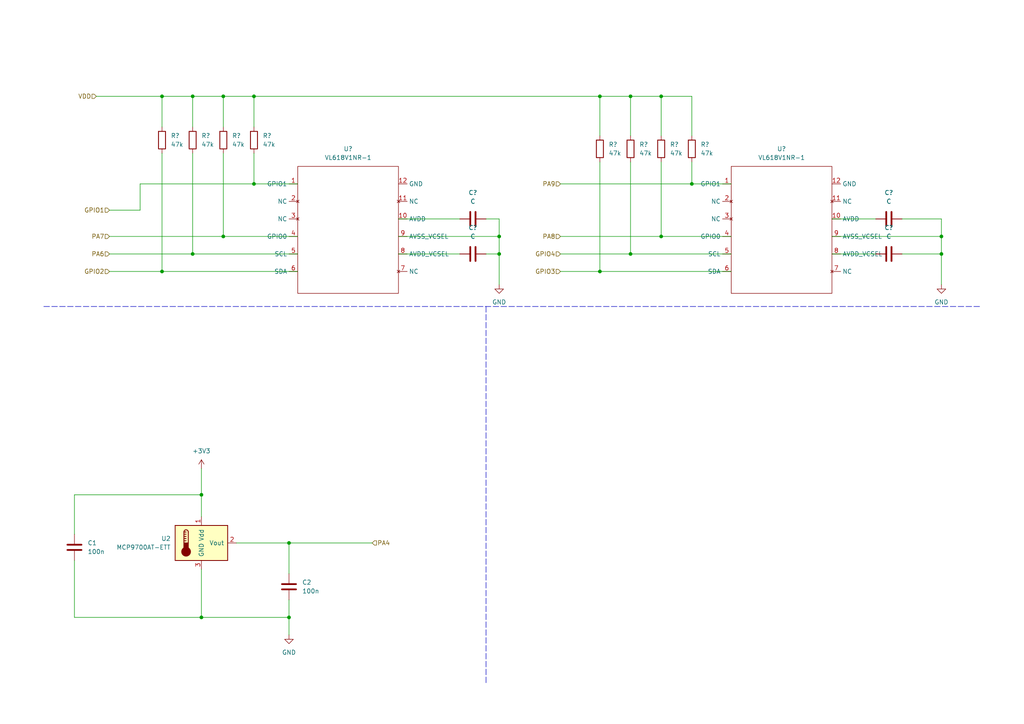
<source format=kicad_sch>
(kicad_sch (version 20211123) (generator eeschema)

  (uuid ae78189d-79c7-41a0-b77c-3bb766898352)

  (paper "A4")

  (title_block
    (title "Sensors")
    (date "2022-03-04")
    (rev "01")
    (company "University of Cape Town")
    (comment 1 "Author: Munashe Chihota")
  )

  (lib_symbols
    (symbol "Device:C" (pin_numbers hide) (pin_names (offset 0.254)) (in_bom yes) (on_board yes)
      (property "Reference" "C" (id 0) (at 0.635 2.54 0)
        (effects (font (size 1.27 1.27)) (justify left))
      )
      (property "Value" "C" (id 1) (at 0.635 -2.54 0)
        (effects (font (size 1.27 1.27)) (justify left))
      )
      (property "Footprint" "" (id 2) (at 0.9652 -3.81 0)
        (effects (font (size 1.27 1.27)) hide)
      )
      (property "Datasheet" "~" (id 3) (at 0 0 0)
        (effects (font (size 1.27 1.27)) hide)
      )
      (property "ki_keywords" "cap capacitor" (id 4) (at 0 0 0)
        (effects (font (size 1.27 1.27)) hide)
      )
      (property "ki_description" "Unpolarized capacitor" (id 5) (at 0 0 0)
        (effects (font (size 1.27 1.27)) hide)
      )
      (property "ki_fp_filters" "C_*" (id 6) (at 0 0 0)
        (effects (font (size 1.27 1.27)) hide)
      )
      (symbol "C_0_1"
        (polyline
          (pts
            (xy -2.032 -0.762)
            (xy 2.032 -0.762)
          )
          (stroke (width 0.508) (type default) (color 0 0 0 0))
          (fill (type none))
        )
        (polyline
          (pts
            (xy -2.032 0.762)
            (xy 2.032 0.762)
          )
          (stroke (width 0.508) (type default) (color 0 0 0 0))
          (fill (type none))
        )
      )
      (symbol "C_1_1"
        (pin passive line (at 0 3.81 270) (length 2.794)
          (name "~" (effects (font (size 1.27 1.27))))
          (number "1" (effects (font (size 1.27 1.27))))
        )
        (pin passive line (at 0 -3.81 90) (length 2.794)
          (name "~" (effects (font (size 1.27 1.27))))
          (number "2" (effects (font (size 1.27 1.27))))
        )
      )
    )
    (symbol "Device:R" (pin_numbers hide) (pin_names (offset 0)) (in_bom yes) (on_board yes)
      (property "Reference" "R" (id 0) (at 2.032 0 90)
        (effects (font (size 1.27 1.27)))
      )
      (property "Value" "R" (id 1) (at 0 0 90)
        (effects (font (size 1.27 1.27)))
      )
      (property "Footprint" "" (id 2) (at -1.778 0 90)
        (effects (font (size 1.27 1.27)) hide)
      )
      (property "Datasheet" "~" (id 3) (at 0 0 0)
        (effects (font (size 1.27 1.27)) hide)
      )
      (property "ki_keywords" "R res resistor" (id 4) (at 0 0 0)
        (effects (font (size 1.27 1.27)) hide)
      )
      (property "ki_description" "Resistor" (id 5) (at 0 0 0)
        (effects (font (size 1.27 1.27)) hide)
      )
      (property "ki_fp_filters" "R_*" (id 6) (at 0 0 0)
        (effects (font (size 1.27 1.27)) hide)
      )
      (symbol "R_0_1"
        (rectangle (start -1.016 -2.54) (end 1.016 2.54)
          (stroke (width 0.254) (type default) (color 0 0 0 0))
          (fill (type none))
        )
      )
      (symbol "R_1_1"
        (pin passive line (at 0 3.81 270) (length 1.27)
          (name "~" (effects (font (size 1.27 1.27))))
          (number "1" (effects (font (size 1.27 1.27))))
        )
        (pin passive line (at 0 -3.81 90) (length 1.27)
          (name "~" (effects (font (size 1.27 1.27))))
          (number "2" (effects (font (size 1.27 1.27))))
        )
      )
    )
    (symbol "Project sensors:VL618V1NR-1" (in_bom yes) (on_board yes)
      (property "Reference" "U" (id 0) (at 0 -2.54 0)
        (effects (font (size 1.27 1.27)))
      )
      (property "Value" "VL618V1NR-1" (id 1) (at 0 3.81 0)
        (effects (font (size 1.27 1.27)))
      )
      (property "Footprint" "" (id 2) (at 0 0 0)
        (effects (font (size 1.27 1.27)) hide)
      )
      (property "Datasheet" "" (id 3) (at 0 0 0)
        (effects (font (size 1.27 1.27)) hide)
      )
      (symbol "VL618V1NR-1_0_1"
        (rectangle (start -15.24 16.51) (end 13.97 -20.32)
          (stroke (width 0) (type default) (color 0 0 0 0))
          (fill (type none))
        )
      )
      (symbol "VL618V1NR-1_1_1"
        (pin bidirectional line (at -15.24 11.43 180) (length 2.54)
          (name "GPIO1" (effects (font (size 1.27 1.27))))
          (number "1" (effects (font (size 1.27 1.27))))
        )
        (pin power_in line (at 13.97 1.27 0) (length 2.54)
          (name "AVDD" (effects (font (size 1.27 1.27))))
          (number "10" (effects (font (size 1.27 1.27))))
        )
        (pin no_connect line (at 13.97 6.35 0) (length 2.54)
          (name "NC" (effects (font (size 1.27 1.27))))
          (number "11" (effects (font (size 1.27 1.27))))
        )
        (pin power_out line (at 13.97 11.43 0) (length 2.54)
          (name "GND" (effects (font (size 1.27 1.27))))
          (number "12" (effects (font (size 1.27 1.27))))
        )
        (pin no_connect line (at -15.24 6.35 180) (length 2.54)
          (name "NC" (effects (font (size 1.27 1.27))))
          (number "2" (effects (font (size 1.27 1.27))))
        )
        (pin no_connect line (at -15.24 1.27 180) (length 2.54)
          (name "NC" (effects (font (size 1.27 1.27))))
          (number "3" (effects (font (size 1.27 1.27))))
        )
        (pin bidirectional line (at -15.24 -3.81 180) (length 2.54)
          (name "GPIO0" (effects (font (size 1.27 1.27))))
          (number "4" (effects (font (size 1.27 1.27))))
        )
        (pin input line (at -15.24 -8.89 180) (length 2.54)
          (name "SCL" (effects (font (size 1.27 1.27))))
          (number "5" (effects (font (size 1.27 1.27))))
        )
        (pin bidirectional line (at -15.24 -13.97 180) (length 2.54)
          (name "SDA" (effects (font (size 1.27 1.27))))
          (number "6" (effects (font (size 1.27 1.27))))
        )
        (pin no_connect line (at 13.97 -13.97 0) (length 2.54)
          (name "NC" (effects (font (size 1.27 1.27))))
          (number "7" (effects (font (size 1.27 1.27))))
        )
        (pin power_in line (at 13.97 -8.89 0) (length 2.54)
          (name "AVDD_VCSEL" (effects (font (size 1.27 1.27))))
          (number "8" (effects (font (size 1.27 1.27))))
        )
        (pin power_out line (at 13.97 -3.81 0) (length 2.54)
          (name "AVSS_VCSEL" (effects (font (size 1.27 1.27))))
          (number "9" (effects (font (size 1.27 1.27))))
        )
      )
    )
    (symbol "Sensor_Temperature:MCP9700AT-ETT" (pin_names (offset 1.016)) (in_bom yes) (on_board yes)
      (property "Reference" "U" (id 0) (at -6.35 6.35 0)
        (effects (font (size 1.27 1.27)))
      )
      (property "Value" "MCP9700AT-ETT" (id 1) (at 1.27 6.35 0)
        (effects (font (size 1.27 1.27)) (justify left))
      )
      (property "Footprint" "Package_TO_SOT_SMD:SOT-23" (id 2) (at 0 -10.16 0)
        (effects (font (size 1.27 1.27)) hide)
      )
      (property "Datasheet" "http://ww1.microchip.com/downloads/en/DeviceDoc/21942e.pdf" (id 3) (at -3.81 6.35 0)
        (effects (font (size 1.27 1.27)) hide)
      )
      (property "ki_keywords" "temperature sensor thermistor" (id 4) (at 0 0 0)
        (effects (font (size 1.27 1.27)) hide)
      )
      (property "ki_description" "Low power, analog thermistor temperature sensor, ±2C accuracy, -40C to +125C, in SOT-23-3" (id 5) (at 0 0 0)
        (effects (font (size 1.27 1.27)) hide)
      )
      (property "ki_fp_filters" "SOT?23*" (id 6) (at 0 0 0)
        (effects (font (size 1.27 1.27)) hide)
      )
      (symbol "MCP9700AT-ETT_0_1"
        (rectangle (start -7.62 5.08) (end 7.62 -5.08)
          (stroke (width 0.254) (type default) (color 0 0 0 0))
          (fill (type background))
        )
        (circle (center -4.445 -2.54) (radius 1.27)
          (stroke (width 0.254) (type default) (color 0 0 0 0))
          (fill (type outline))
        )
        (rectangle (start -3.81 -1.905) (end -5.08 0)
          (stroke (width 0.254) (type default) (color 0 0 0 0))
          (fill (type outline))
        )
        (arc (start -3.81 3.175) (mid -4.445 3.81) (end -5.08 3.175)
          (stroke (width 0.254) (type default) (color 0 0 0 0))
          (fill (type none))
        )
        (polyline
          (pts
            (xy -5.08 0.635)
            (xy -4.445 0.635)
          )
          (stroke (width 0.254) (type default) (color 0 0 0 0))
          (fill (type none))
        )
        (polyline
          (pts
            (xy -5.08 1.27)
            (xy -4.445 1.27)
          )
          (stroke (width 0.254) (type default) (color 0 0 0 0))
          (fill (type none))
        )
        (polyline
          (pts
            (xy -5.08 1.905)
            (xy -4.445 1.905)
          )
          (stroke (width 0.254) (type default) (color 0 0 0 0))
          (fill (type none))
        )
        (polyline
          (pts
            (xy -5.08 2.54)
            (xy -4.445 2.54)
          )
          (stroke (width 0.254) (type default) (color 0 0 0 0))
          (fill (type none))
        )
        (polyline
          (pts
            (xy -5.08 3.175)
            (xy -5.08 0)
          )
          (stroke (width 0.254) (type default) (color 0 0 0 0))
          (fill (type none))
        )
        (polyline
          (pts
            (xy -5.08 3.175)
            (xy -4.445 3.175)
          )
          (stroke (width 0.254) (type default) (color 0 0 0 0))
          (fill (type none))
        )
        (polyline
          (pts
            (xy -3.81 3.175)
            (xy -3.81 0)
          )
          (stroke (width 0.254) (type default) (color 0 0 0 0))
          (fill (type none))
        )
      )
      (symbol "MCP9700AT-ETT_1_1"
        (pin power_in line (at 0 7.62 270) (length 2.54)
          (name "Vdd" (effects (font (size 1.27 1.27))))
          (number "1" (effects (font (size 1.27 1.27))))
        )
        (pin output line (at 10.16 0 180) (length 2.54)
          (name "Vout" (effects (font (size 1.27 1.27))))
          (number "2" (effects (font (size 1.27 1.27))))
        )
        (pin power_in line (at 0 -7.62 90) (length 2.54)
          (name "GND" (effects (font (size 1.27 1.27))))
          (number "3" (effects (font (size 1.27 1.27))))
        )
      )
    )
    (symbol "power:+3.3V" (power) (pin_names (offset 0)) (in_bom yes) (on_board yes)
      (property "Reference" "#PWR" (id 0) (at 0 -3.81 0)
        (effects (font (size 1.27 1.27)) hide)
      )
      (property "Value" "+3.3V" (id 1) (at 0 3.556 0)
        (effects (font (size 1.27 1.27)))
      )
      (property "Footprint" "" (id 2) (at 0 0 0)
        (effects (font (size 1.27 1.27)) hide)
      )
      (property "Datasheet" "" (id 3) (at 0 0 0)
        (effects (font (size 1.27 1.27)) hide)
      )
      (property "ki_keywords" "power-flag" (id 4) (at 0 0 0)
        (effects (font (size 1.27 1.27)) hide)
      )
      (property "ki_description" "Power symbol creates a global label with name \"+3.3V\"" (id 5) (at 0 0 0)
        (effects (font (size 1.27 1.27)) hide)
      )
      (symbol "+3.3V_0_1"
        (polyline
          (pts
            (xy -0.762 1.27)
            (xy 0 2.54)
          )
          (stroke (width 0) (type default) (color 0 0 0 0))
          (fill (type none))
        )
        (polyline
          (pts
            (xy 0 0)
            (xy 0 2.54)
          )
          (stroke (width 0) (type default) (color 0 0 0 0))
          (fill (type none))
        )
        (polyline
          (pts
            (xy 0 2.54)
            (xy 0.762 1.27)
          )
          (stroke (width 0) (type default) (color 0 0 0 0))
          (fill (type none))
        )
      )
      (symbol "+3.3V_1_1"
        (pin power_in line (at 0 0 90) (length 0) hide
          (name "+3V3" (effects (font (size 1.27 1.27))))
          (number "1" (effects (font (size 1.27 1.27))))
        )
      )
    )
    (symbol "power:GND" (power) (pin_names (offset 0)) (in_bom yes) (on_board yes)
      (property "Reference" "#PWR" (id 0) (at 0 -6.35 0)
        (effects (font (size 1.27 1.27)) hide)
      )
      (property "Value" "GND" (id 1) (at 0 -3.81 0)
        (effects (font (size 1.27 1.27)))
      )
      (property "Footprint" "" (id 2) (at 0 0 0)
        (effects (font (size 1.27 1.27)) hide)
      )
      (property "Datasheet" "" (id 3) (at 0 0 0)
        (effects (font (size 1.27 1.27)) hide)
      )
      (property "ki_keywords" "power-flag" (id 4) (at 0 0 0)
        (effects (font (size 1.27 1.27)) hide)
      )
      (property "ki_description" "Power symbol creates a global label with name \"GND\" , ground" (id 5) (at 0 0 0)
        (effects (font (size 1.27 1.27)) hide)
      )
      (symbol "GND_0_1"
        (polyline
          (pts
            (xy 0 0)
            (xy 0 -1.27)
            (xy 1.27 -1.27)
            (xy 0 -2.54)
            (xy -1.27 -1.27)
            (xy 0 -1.27)
          )
          (stroke (width 0) (type default) (color 0 0 0 0))
          (fill (type none))
        )
      )
      (symbol "GND_1_1"
        (pin power_in line (at 0 0 270) (length 0) hide
          (name "GND" (effects (font (size 1.27 1.27))))
          (number "1" (effects (font (size 1.27 1.27))))
        )
      )
    )
  )

  (junction (at 46.99 78.74) (diameter 0) (color 0 0 0 0)
    (uuid 05169713-5602-43e5-9dc7-55352ed980b3)
  )
  (junction (at 83.82 157.48) (diameter 0) (color 0 0 0 0)
    (uuid 22994ef8-f5fd-4ef8-bae4-f9bc4121ee65)
  )
  (junction (at 55.88 27.94) (diameter 0) (color 0 0 0 0)
    (uuid 2b091e01-d11c-4e51-9c84-579628564965)
  )
  (junction (at 83.82 179.07) (diameter 0) (color 0 0 0 0)
    (uuid 2e484963-b269-42b3-9486-24df28465ede)
  )
  (junction (at 73.66 53.34) (diameter 0) (color 0 0 0 0)
    (uuid 348799d6-088a-45ca-8214-bb9dd07af181)
  )
  (junction (at 58.42 179.07) (diameter 0) (color 0 0 0 0)
    (uuid 37636792-b110-4a70-a465-350de15a2496)
  )
  (junction (at 200.66 53.34) (diameter 0) (color 0 0 0 0)
    (uuid 5d489318-499b-445f-82f7-0e627304f810)
  )
  (junction (at 191.77 68.58) (diameter 0) (color 0 0 0 0)
    (uuid 6f587f8c-9d3e-4eb2-a937-c22dec4fd1ec)
  )
  (junction (at 46.99 27.94) (diameter 0) (color 0 0 0 0)
    (uuid 6f70e95a-d558-4512-8b5d-b097b727016d)
  )
  (junction (at 144.78 68.58) (diameter 0) (color 0 0 0 0)
    (uuid 848b11f8-b764-4fa3-8246-6d3d3cb499d7)
  )
  (junction (at 58.42 143.51) (diameter 0) (color 0 0 0 0)
    (uuid 89ce4106-b0fc-45ca-bb1b-a065cb824a5e)
  )
  (junction (at 173.99 78.74) (diameter 0) (color 0 0 0 0)
    (uuid 940ae67e-70a2-40f8-85c7-41e6222fc820)
  )
  (junction (at 182.88 73.66) (diameter 0) (color 0 0 0 0)
    (uuid 97dda2f9-6bc8-4eb5-a0a9-064c3fe58dbc)
  )
  (junction (at 73.66 27.94) (diameter 0) (color 0 0 0 0)
    (uuid a193eb52-c74c-418f-ab1b-93cc6ee2f0c3)
  )
  (junction (at 173.99 27.94) (diameter 0) (color 0 0 0 0)
    (uuid a21ebbe3-0eef-49c0-af16-0bb4bfa0960a)
  )
  (junction (at 144.78 73.66) (diameter 0) (color 0 0 0 0)
    (uuid adaf1fa1-086c-4f3a-a44e-6976c8a5d553)
  )
  (junction (at 55.88 73.66) (diameter 0) (color 0 0 0 0)
    (uuid aeba30e0-b502-40df-8e70-0a1c2e5cc36f)
  )
  (junction (at 64.77 27.94) (diameter 0) (color 0 0 0 0)
    (uuid cf3605fb-6b23-46b6-9c57-da8258c4c1ab)
  )
  (junction (at 273.05 68.58) (diameter 0) (color 0 0 0 0)
    (uuid d3d62b34-73a9-4252-bc52-c8504ce214ad)
  )
  (junction (at 182.88 27.94) (diameter 0) (color 0 0 0 0)
    (uuid e1ef209d-c26f-4a10-b73e-1b343973ee4f)
  )
  (junction (at 64.77 68.58) (diameter 0) (color 0 0 0 0)
    (uuid ea1b2924-6f76-47c5-a351-6fa114924f7c)
  )
  (junction (at 191.77 27.94) (diameter 0) (color 0 0 0 0)
    (uuid f315d566-4aab-4eb9-8131-6ca92bf3b2fb)
  )
  (junction (at 273.05 73.66) (diameter 0) (color 0 0 0 0)
    (uuid fd2293af-b170-4040-96db-fc0fb18babe6)
  )

  (wire (pts (xy 191.77 27.94) (xy 200.66 27.94))
    (stroke (width 0) (type default) (color 0 0 0 0))
    (uuid 0cbdad87-58b1-4aa6-b917-d050a5e66a5a)
  )
  (wire (pts (xy 173.99 78.74) (xy 212.09 78.74))
    (stroke (width 0) (type default) (color 0 0 0 0))
    (uuid 0ef497bb-8772-44fd-b8f3-ac6c1d52927c)
  )
  (wire (pts (xy 86.36 68.58) (xy 64.77 68.58))
    (stroke (width 0) (type default) (color 0 0 0 0))
    (uuid 0fb1880c-ca94-4bcf-9939-78f1e6f720b8)
  )
  (wire (pts (xy 182.88 27.94) (xy 182.88 39.37))
    (stroke (width 0) (type default) (color 0 0 0 0))
    (uuid 1193ec96-b0e9-4246-a348-048890499996)
  )
  (wire (pts (xy 182.88 46.99) (xy 182.88 73.66))
    (stroke (width 0) (type default) (color 0 0 0 0))
    (uuid 1332ce2a-d402-4bdf-9992-c7ae53d7f8e2)
  )
  (wire (pts (xy 115.57 63.5) (xy 133.35 63.5))
    (stroke (width 0) (type default) (color 0 0 0 0))
    (uuid 17edb48c-8373-4358-a597-1d187f565854)
  )
  (wire (pts (xy 200.66 53.34) (xy 212.09 53.34))
    (stroke (width 0) (type default) (color 0 0 0 0))
    (uuid 1bebe425-5b88-47ef-9ae2-fa4350615fa8)
  )
  (wire (pts (xy 173.99 27.94) (xy 173.99 39.37))
    (stroke (width 0) (type default) (color 0 0 0 0))
    (uuid 1c412d0b-b575-4867-b8ef-cb9859937503)
  )
  (wire (pts (xy 273.05 73.66) (xy 273.05 82.55))
    (stroke (width 0) (type default) (color 0 0 0 0))
    (uuid 1e1ece34-b0bd-4ffc-bfd3-2c95d2c30f7c)
  )
  (wire (pts (xy 73.66 53.34) (xy 86.36 53.34))
    (stroke (width 0) (type default) (color 0 0 0 0))
    (uuid 1f5eaf60-cf7f-44dd-ae6d-b8cd9d625974)
  )
  (wire (pts (xy 31.75 68.58) (xy 64.77 68.58))
    (stroke (width 0) (type default) (color 0 0 0 0))
    (uuid 1fa53d36-ef9b-473f-90d4-10956ff20ac2)
  )
  (wire (pts (xy 140.97 73.66) (xy 144.78 73.66))
    (stroke (width 0) (type default) (color 0 0 0 0))
    (uuid 218ea4ca-46cc-4a2c-a1f0-dd4fb09defff)
  )
  (wire (pts (xy 46.99 27.94) (xy 46.99 36.83))
    (stroke (width 0) (type default) (color 0 0 0 0))
    (uuid 21efb4d4-51c1-4cf9-9e5c-2519150c81a3)
  )
  (wire (pts (xy 144.78 68.58) (xy 144.78 73.66))
    (stroke (width 0) (type default) (color 0 0 0 0))
    (uuid 231ce12c-5d46-4070-a7a5-7370cb8b0f74)
  )
  (wire (pts (xy 173.99 27.94) (xy 182.88 27.94))
    (stroke (width 0) (type default) (color 0 0 0 0))
    (uuid 239a4bd6-cfc7-40b1-822e-c8692943b732)
  )
  (wire (pts (xy 46.99 27.94) (xy 55.88 27.94))
    (stroke (width 0) (type default) (color 0 0 0 0))
    (uuid 2834de78-a0ba-4c3c-bf89-061543382370)
  )
  (wire (pts (xy 21.59 162.56) (xy 21.59 179.07))
    (stroke (width 0) (type default) (color 0 0 0 0))
    (uuid 2f677aa4-d5a3-4a37-97a5-385066770256)
  )
  (wire (pts (xy 73.66 27.94) (xy 173.99 27.94))
    (stroke (width 0) (type default) (color 0 0 0 0))
    (uuid 2f79ed50-be22-4fe2-885b-ed7a5a3d6fc3)
  )
  (wire (pts (xy 173.99 46.99) (xy 173.99 78.74))
    (stroke (width 0) (type default) (color 0 0 0 0))
    (uuid 3326cf02-09b6-41ab-80d2-a52897347d5d)
  )
  (wire (pts (xy 58.42 135.89) (xy 58.42 143.51))
    (stroke (width 0) (type default) (color 0 0 0 0))
    (uuid 335b6517-ea4c-4118-ad85-99a74ff64842)
  )
  (wire (pts (xy 21.59 143.51) (xy 58.42 143.51))
    (stroke (width 0) (type default) (color 0 0 0 0))
    (uuid 3d5fc258-4afe-4799-97d4-64e4760fb36d)
  )
  (wire (pts (xy 46.99 78.74) (xy 86.36 78.74))
    (stroke (width 0) (type default) (color 0 0 0 0))
    (uuid 4451d201-25bd-471f-8586-78335a643ccf)
  )
  (wire (pts (xy 58.42 165.1) (xy 58.42 179.07))
    (stroke (width 0) (type default) (color 0 0 0 0))
    (uuid 4cfff88e-f608-47c4-b991-93836701e9ba)
  )
  (wire (pts (xy 182.88 73.66) (xy 212.09 73.66))
    (stroke (width 0) (type default) (color 0 0 0 0))
    (uuid 50aad85e-c405-4491-99f6-7c7eca40dbea)
  )
  (wire (pts (xy 83.82 157.48) (xy 107.95 157.48))
    (stroke (width 0) (type default) (color 0 0 0 0))
    (uuid 518ae3d6-70dd-4fe7-a620-845c686040c4)
  )
  (wire (pts (xy 200.66 27.94) (xy 200.66 39.37))
    (stroke (width 0) (type default) (color 0 0 0 0))
    (uuid 5a0c7c3a-5f32-4fc8-8793-9192553ca786)
  )
  (wire (pts (xy 162.56 73.66) (xy 182.88 73.66))
    (stroke (width 0) (type default) (color 0 0 0 0))
    (uuid 5afa9948-237c-46d3-9078-8c10a3eb2cfa)
  )
  (wire (pts (xy 55.88 73.66) (xy 86.36 73.66))
    (stroke (width 0) (type default) (color 0 0 0 0))
    (uuid 5c500e78-ecbe-4625-8bf1-0044b7b9f68f)
  )
  (wire (pts (xy 191.77 27.94) (xy 191.77 39.37))
    (stroke (width 0) (type default) (color 0 0 0 0))
    (uuid 5e7b47a3-d400-4c94-b3e7-c77876cabd24)
  )
  (wire (pts (xy 73.66 27.94) (xy 73.66 36.83))
    (stroke (width 0) (type default) (color 0 0 0 0))
    (uuid 6115df9a-d271-4c0e-b90f-e3a0e9b7133d)
  )
  (polyline (pts (xy 12.7 88.9) (xy 284.48 88.9))
    (stroke (width 0) (type default) (color 0 0 0 0))
    (uuid 663afe67-91e0-47d7-9990-df9e79fade04)
  )

  (wire (pts (xy 55.88 27.94) (xy 55.88 36.83))
    (stroke (width 0) (type default) (color 0 0 0 0))
    (uuid 66cd5aab-72c1-43c4-b3a8-d503e2af4ed8)
  )
  (wire (pts (xy 144.78 73.66) (xy 144.78 82.55))
    (stroke (width 0) (type default) (color 0 0 0 0))
    (uuid 67f7351d-b2e4-464e-9308-0b8467c0d5ef)
  )
  (wire (pts (xy 64.77 27.94) (xy 64.77 36.83))
    (stroke (width 0) (type default) (color 0 0 0 0))
    (uuid 6b505da7-0050-41a5-9401-9da96a9e9675)
  )
  (wire (pts (xy 64.77 27.94) (xy 73.66 27.94))
    (stroke (width 0) (type default) (color 0 0 0 0))
    (uuid 6b95f18a-ebb6-4f66-9393-00334659febd)
  )
  (wire (pts (xy 73.66 44.45) (xy 73.66 53.34))
    (stroke (width 0) (type default) (color 0 0 0 0))
    (uuid 7671f97a-122a-490b-a692-c435d3bfba85)
  )
  (wire (pts (xy 31.75 73.66) (xy 55.88 73.66))
    (stroke (width 0) (type default) (color 0 0 0 0))
    (uuid 77c8bd78-2baf-46ef-bd9a-307fd870c593)
  )
  (wire (pts (xy 40.64 53.34) (xy 73.66 53.34))
    (stroke (width 0) (type default) (color 0 0 0 0))
    (uuid 77e5e9e5-6010-4341-b66d-698bb9646989)
  )
  (wire (pts (xy 55.88 27.94) (xy 64.77 27.94))
    (stroke (width 0) (type default) (color 0 0 0 0))
    (uuid 7b645d2e-fefe-48e7-9233-925879d66949)
  )
  (wire (pts (xy 68.58 157.48) (xy 83.82 157.48))
    (stroke (width 0) (type default) (color 0 0 0 0))
    (uuid 8007f312-2c5f-4179-9d89-d222f4ad4846)
  )
  (wire (pts (xy 58.42 179.07) (xy 83.82 179.07))
    (stroke (width 0) (type default) (color 0 0 0 0))
    (uuid 85f27ba3-a186-4587-9d11-ec6ebf3eae31)
  )
  (wire (pts (xy 58.42 143.51) (xy 58.42 149.86))
    (stroke (width 0) (type default) (color 0 0 0 0))
    (uuid 8dcf038f-2b4a-4a63-a1c1-b26d1e0577ea)
  )
  (polyline (pts (xy 140.97 88.9) (xy 140.97 198.12))
    (stroke (width 0) (type default) (color 0 0 0 0))
    (uuid 939c8679-0ffd-41f0-931b-0c166244dc80)
  )

  (wire (pts (xy 261.62 63.5) (xy 273.05 63.5))
    (stroke (width 0) (type default) (color 0 0 0 0))
    (uuid 941cbff5-328f-4009-98ee-7c2a9148341f)
  )
  (wire (pts (xy 83.82 157.48) (xy 83.82 166.37))
    (stroke (width 0) (type default) (color 0 0 0 0))
    (uuid 9a4854b8-c3bf-486f-b48a-0aaf068617aa)
  )
  (wire (pts (xy 40.64 60.96) (xy 40.64 53.34))
    (stroke (width 0) (type default) (color 0 0 0 0))
    (uuid 9ca39666-fc55-4332-847d-5c30a5477e3b)
  )
  (wire (pts (xy 140.97 63.5) (xy 144.78 63.5))
    (stroke (width 0) (type default) (color 0 0 0 0))
    (uuid a54039ed-3433-404a-9630-90c0ee616764)
  )
  (wire (pts (xy 273.05 63.5) (xy 273.05 68.58))
    (stroke (width 0) (type default) (color 0 0 0 0))
    (uuid a582b057-87d7-467f-8d42-fefbd7511048)
  )
  (wire (pts (xy 31.75 78.74) (xy 46.99 78.74))
    (stroke (width 0) (type default) (color 0 0 0 0))
    (uuid a7f56754-97d1-4782-95d1-af7570e24272)
  )
  (wire (pts (xy 64.77 68.58) (xy 64.77 44.45))
    (stroke (width 0) (type default) (color 0 0 0 0))
    (uuid a95a58df-1a88-49c4-a4a9-67562d7893a6)
  )
  (wire (pts (xy 241.3 63.5) (xy 254 63.5))
    (stroke (width 0) (type default) (color 0 0 0 0))
    (uuid a9c75ea3-896c-4808-8937-ae3cbc60880e)
  )
  (wire (pts (xy 21.59 179.07) (xy 58.42 179.07))
    (stroke (width 0) (type default) (color 0 0 0 0))
    (uuid ac5bf277-3416-495c-afc2-55995107a595)
  )
  (wire (pts (xy 162.56 68.58) (xy 191.77 68.58))
    (stroke (width 0) (type default) (color 0 0 0 0))
    (uuid af6aed41-d6cf-40df-8f6d-ace79105ae45)
  )
  (wire (pts (xy 182.88 27.94) (xy 191.77 27.94))
    (stroke (width 0) (type default) (color 0 0 0 0))
    (uuid b13a82e3-346a-4c1d-911d-727923721d5e)
  )
  (wire (pts (xy 55.88 44.45) (xy 55.88 73.66))
    (stroke (width 0) (type default) (color 0 0 0 0))
    (uuid bc6e11a5-4e89-4cfc-b8ba-941939893d0d)
  )
  (wire (pts (xy 261.62 73.66) (xy 273.05 73.66))
    (stroke (width 0) (type default) (color 0 0 0 0))
    (uuid bd757c8c-cd0f-459b-86ee-bfb777f0ca50)
  )
  (wire (pts (xy 46.99 44.45) (xy 46.99 78.74))
    (stroke (width 0) (type default) (color 0 0 0 0))
    (uuid c1c9540c-eccc-46a6-bfe0-bc0658f44bcd)
  )
  (wire (pts (xy 273.05 68.58) (xy 273.05 73.66))
    (stroke (width 0) (type default) (color 0 0 0 0))
    (uuid c5f744a5-d089-4701-8455-fa971c5e843a)
  )
  (wire (pts (xy 162.56 53.34) (xy 200.66 53.34))
    (stroke (width 0) (type default) (color 0 0 0 0))
    (uuid c8de2cc4-0611-4750-aa44-3ed426c9777e)
  )
  (wire (pts (xy 191.77 46.99) (xy 191.77 68.58))
    (stroke (width 0) (type default) (color 0 0 0 0))
    (uuid ce70569b-63b5-421d-bd45-a54009896a40)
  )
  (wire (pts (xy 83.82 179.07) (xy 83.82 184.15))
    (stroke (width 0) (type default) (color 0 0 0 0))
    (uuid d07f21eb-823b-4131-acb0-2fd90e8c76eb)
  )
  (wire (pts (xy 27.94 27.94) (xy 46.99 27.94))
    (stroke (width 0) (type default) (color 0 0 0 0))
    (uuid d947f606-f563-41c6-a153-112a9d2ec9d6)
  )
  (wire (pts (xy 31.75 60.96) (xy 40.64 60.96))
    (stroke (width 0) (type default) (color 0 0 0 0))
    (uuid daa02a42-8921-4313-974a-cdaf03fa8caf)
  )
  (wire (pts (xy 83.82 173.99) (xy 83.82 179.07))
    (stroke (width 0) (type default) (color 0 0 0 0))
    (uuid db359b5e-dfa7-45aa-8a8b-9dda3b450993)
  )
  (wire (pts (xy 191.77 68.58) (xy 212.09 68.58))
    (stroke (width 0) (type default) (color 0 0 0 0))
    (uuid e0fda225-ee14-450f-b790-0556939a6a8b)
  )
  (wire (pts (xy 115.57 68.58) (xy 144.78 68.58))
    (stroke (width 0) (type default) (color 0 0 0 0))
    (uuid e17df72b-e547-4bb6-8281-24d60785d954)
  )
  (wire (pts (xy 21.59 154.94) (xy 21.59 143.51))
    (stroke (width 0) (type default) (color 0 0 0 0))
    (uuid e1ef9899-509f-49f8-8002-183633b7f7bb)
  )
  (wire (pts (xy 200.66 46.99) (xy 200.66 53.34))
    (stroke (width 0) (type default) (color 0 0 0 0))
    (uuid e7ef5b3b-4f85-4f1b-9310-fe6e9ff4742f)
  )
  (wire (pts (xy 162.56 78.74) (xy 173.99 78.74))
    (stroke (width 0) (type default) (color 0 0 0 0))
    (uuid ea1d1d58-e289-4aaf-9aea-90ddb8477565)
  )
  (wire (pts (xy 144.78 63.5) (xy 144.78 68.58))
    (stroke (width 0) (type default) (color 0 0 0 0))
    (uuid ecbc032b-a5a8-4814-94c9-014f63b11396)
  )
  (wire (pts (xy 241.3 68.58) (xy 273.05 68.58))
    (stroke (width 0) (type default) (color 0 0 0 0))
    (uuid eed3bbc2-06be-40df-8c92-aa7251a83db0)
  )
  (wire (pts (xy 241.3 73.66) (xy 254 73.66))
    (stroke (width 0) (type default) (color 0 0 0 0))
    (uuid fee77456-e18b-494f-919c-d964afeb4ac2)
  )
  (wire (pts (xy 115.57 73.66) (xy 133.35 73.66))
    (stroke (width 0) (type default) (color 0 0 0 0))
    (uuid ff09f600-e8ad-4833-a78f-dc3b6e0ea57e)
  )

  (hierarchical_label "GPIO2" (shape input) (at 31.75 78.74 180)
    (effects (font (size 1.27 1.27)) (justify right))
    (uuid 08e12b93-c11f-4d16-8319-5c8893d052a0)
  )
  (hierarchical_label "VDD" (shape input) (at 27.94 27.94 180)
    (effects (font (size 1.27 1.27)) (justify right))
    (uuid 1ac1ad32-138d-4d5e-84ea-444c9afaa463)
  )
  (hierarchical_label "PA7" (shape input) (at 31.75 68.58 180)
    (effects (font (size 1.27 1.27)) (justify right))
    (uuid 21fd828e-f3db-4984-8bbc-e684da7441df)
  )
  (hierarchical_label "GPIO1" (shape input) (at 31.75 60.96 180)
    (effects (font (size 1.27 1.27)) (justify right))
    (uuid 3c0ee3db-8466-44a5-90af-44d1a41429ba)
  )
  (hierarchical_label "PA4" (shape input) (at 107.95 157.48 0)
    (effects (font (size 1.27 1.27)) (justify left))
    (uuid 74366927-a30f-4c34-8a90-0dfab802294b)
  )
  (hierarchical_label "GPIO4" (shape input) (at 162.56 73.66 180)
    (effects (font (size 1.27 1.27)) (justify right))
    (uuid 751cd7ce-30cb-4547-a6a4-9c077915e175)
  )
  (hierarchical_label "PA9" (shape input) (at 162.56 53.34 180)
    (effects (font (size 1.27 1.27)) (justify right))
    (uuid a73ff104-0c6d-45d0-bae7-11c93ea99539)
  )
  (hierarchical_label "GPIO3" (shape input) (at 162.56 78.74 180)
    (effects (font (size 1.27 1.27)) (justify right))
    (uuid b2489082-fcf7-4803-9c10-e34b3539abc9)
  )
  (hierarchical_label "PA6" (shape input) (at 31.75 73.66 180)
    (effects (font (size 1.27 1.27)) (justify right))
    (uuid be510428-5349-44fa-b00e-b3255c746a8c)
  )
  (hierarchical_label "PA8" (shape input) (at 162.56 68.58 180)
    (effects (font (size 1.27 1.27)) (justify right))
    (uuid eae2871d-744c-4a4b-b0a0-3e5e9d544b70)
  )

  (symbol (lib_id "Project sensors:VL618V1NR-1") (at 101.6 64.77 0) (unit 1)
    (in_bom yes) (on_board yes) (fields_autoplaced)
    (uuid 0748d469-30cf-4bf2-9c69-4afef2a517d9)
    (property "Reference" "U?" (id 0) (at 100.965 43.18 0))
    (property "Value" "VL618V1NR-1" (id 1) (at 100.965 45.72 0))
    (property "Footprint" "" (id 2) (at 101.6 64.77 0)
      (effects (font (size 1.27 1.27)) hide)
    )
    (property "Datasheet" "" (id 3) (at 101.6 64.77 0)
      (effects (font (size 1.27 1.27)) hide)
    )
    (pin "1" (uuid 44547ac3-27f2-4ae3-b50a-3910a6b1d97a))
    (pin "10" (uuid 3e4e118c-1d27-4e25-84d0-e15bca3119a1))
    (pin "11" (uuid 6179b87d-3f03-4843-b74a-f7ad9e0fdec4))
    (pin "12" (uuid 480aae5e-5367-42b0-86d7-3738a8278d62))
    (pin "2" (uuid e488798d-e32d-4020-9cba-958250c5ad71))
    (pin "3" (uuid b79f3865-3335-4611-84fa-193532cd18b0))
    (pin "4" (uuid 1695b83a-bb9c-490f-9745-388f147ea717))
    (pin "5" (uuid 7cb23ea6-02d9-4463-844d-1714a2f0bdf1))
    (pin "6" (uuid 578ab3c1-7bb4-4f51-b36e-0674f63e6b0e))
    (pin "7" (uuid 3c68b5fd-f887-46ee-8662-d190bea7b712))
    (pin "8" (uuid d978c580-39af-48dc-bfb5-423d83ad9a90))
    (pin "9" (uuid 24f6dfee-5748-4183-8ea5-02ebc33d0658))
  )

  (symbol (lib_id "Device:R") (at 55.88 40.64 0) (unit 1)
    (in_bom yes) (on_board yes) (fields_autoplaced)
    (uuid 0e646f4b-52ea-4557-a7d8-591af0433f1b)
    (property "Reference" "R?" (id 0) (at 58.42 39.3699 0)
      (effects (font (size 1.27 1.27)) (justify left))
    )
    (property "Value" "47k" (id 1) (at 58.42 41.9099 0)
      (effects (font (size 1.27 1.27)) (justify left))
    )
    (property "Footprint" "" (id 2) (at 54.102 40.64 90)
      (effects (font (size 1.27 1.27)) hide)
    )
    (property "Datasheet" "~" (id 3) (at 55.88 40.64 0)
      (effects (font (size 1.27 1.27)) hide)
    )
    (pin "1" (uuid 3537bf77-1d00-49a1-aa40-794e3b5bd05f))
    (pin "2" (uuid b7b57062-e994-4f72-a84a-9dd61c8c6c6c))
  )

  (symbol (lib_id "Device:C") (at 21.59 158.75 0) (unit 1)
    (in_bom yes) (on_board yes) (fields_autoplaced)
    (uuid 14a7a41a-7b62-4b9d-8496-102da86f2afa)
    (property "Reference" "C1" (id 0) (at 25.4 157.4799 0)
      (effects (font (size 1.27 1.27)) (justify left))
    )
    (property "Value" "100n" (id 1) (at 25.4 160.0199 0)
      (effects (font (size 1.27 1.27)) (justify left))
    )
    (property "Footprint" "" (id 2) (at 22.5552 162.56 0)
      (effects (font (size 1.27 1.27)) hide)
    )
    (property "Datasheet" "~" (id 3) (at 21.59 158.75 0)
      (effects (font (size 1.27 1.27)) hide)
    )
    (pin "1" (uuid c3551f09-b656-4de3-892a-95e2028d6361))
    (pin "2" (uuid 67177b3b-4a4d-4265-bffe-660ca42478b9))
  )

  (symbol (lib_id "Device:C") (at 257.81 63.5 270) (unit 1)
    (in_bom yes) (on_board yes) (fields_autoplaced)
    (uuid 174e559e-0441-4954-928b-5bc9c6bc96f3)
    (property "Reference" "C?" (id 0) (at 257.81 55.88 90))
    (property "Value" "C" (id 1) (at 257.81 58.42 90))
    (property "Footprint" "" (id 2) (at 254 64.4652 0)
      (effects (font (size 1.27 1.27)) hide)
    )
    (property "Datasheet" "~" (id 3) (at 257.81 63.5 0)
      (effects (font (size 1.27 1.27)) hide)
    )
    (pin "1" (uuid bc2b74ef-632d-4834-b00c-1c19daebd3f7))
    (pin "2" (uuid 1700d83a-e01f-4879-8ea1-027ea510732a))
  )

  (symbol (lib_id "Device:C") (at 83.82 170.18 0) (unit 1)
    (in_bom yes) (on_board yes) (fields_autoplaced)
    (uuid 1d7a1f08-2a54-4d67-beed-949bdafd4d01)
    (property "Reference" "C2" (id 0) (at 87.63 168.9099 0)
      (effects (font (size 1.27 1.27)) (justify left))
    )
    (property "Value" "100n" (id 1) (at 87.63 171.4499 0)
      (effects (font (size 1.27 1.27)) (justify left))
    )
    (property "Footprint" "" (id 2) (at 84.7852 173.99 0)
      (effects (font (size 1.27 1.27)) hide)
    )
    (property "Datasheet" "~" (id 3) (at 83.82 170.18 0)
      (effects (font (size 1.27 1.27)) hide)
    )
    (pin "1" (uuid 487f9ab1-b70b-4b81-8d64-574ced2fcbee))
    (pin "2" (uuid 2b8e8967-c886-474d-bdd5-e60203fe6e09))
  )

  (symbol (lib_id "Project sensors:VL618V1NR-1") (at 227.33 64.77 0) (unit 1)
    (in_bom yes) (on_board yes) (fields_autoplaced)
    (uuid 25045015-a89f-4eeb-8b1c-2d2e310fa4e2)
    (property "Reference" "U?" (id 0) (at 226.695 43.18 0))
    (property "Value" "VL618V1NR-1" (id 1) (at 226.695 45.72 0))
    (property "Footprint" "" (id 2) (at 227.33 64.77 0)
      (effects (font (size 1.27 1.27)) hide)
    )
    (property "Datasheet" "" (id 3) (at 227.33 64.77 0)
      (effects (font (size 1.27 1.27)) hide)
    )
    (pin "1" (uuid 036129b0-730f-42e2-9f85-ab1a5d69702f))
    (pin "10" (uuid d903b3b6-30f8-4ea2-a4e8-c1f122ebe829))
    (pin "11" (uuid 2703bdf9-5e8e-40a8-8d0d-221f9c0c9ebc))
    (pin "12" (uuid 7a1fe346-8c34-4000-83ec-3d60ff66f707))
    (pin "2" (uuid e79d67a8-cbba-4c65-b397-7a2efb1f1d5a))
    (pin "3" (uuid dc7634b6-ce06-4f68-8154-1b9c75f775ed))
    (pin "4" (uuid bf8c672f-6e73-4472-9ac8-0bf434490d91))
    (pin "5" (uuid 97258442-9bd5-4695-a117-7232ccdc9040))
    (pin "6" (uuid ad047d69-d9b9-4962-8720-06c7bfaa376b))
    (pin "7" (uuid 18ea2b2d-140e-4b14-971d-ba1a9d5c5edb))
    (pin "8" (uuid bfaa51d1-b0a2-4e02-81cf-c113a76b4725))
    (pin "9" (uuid ee3bf617-56c3-4dd7-8170-ff1e7ef786ae))
  )

  (symbol (lib_id "Device:R") (at 173.99 43.18 0) (unit 1)
    (in_bom yes) (on_board yes) (fields_autoplaced)
    (uuid 3a7d9519-c133-49b0-adcc-fe370e6f5ee2)
    (property "Reference" "R?" (id 0) (at 176.53 41.9099 0)
      (effects (font (size 1.27 1.27)) (justify left))
    )
    (property "Value" "47k" (id 1) (at 176.53 44.4499 0)
      (effects (font (size 1.27 1.27)) (justify left))
    )
    (property "Footprint" "" (id 2) (at 172.212 43.18 90)
      (effects (font (size 1.27 1.27)) hide)
    )
    (property "Datasheet" "~" (id 3) (at 173.99 43.18 0)
      (effects (font (size 1.27 1.27)) hide)
    )
    (pin "1" (uuid 670cc9c7-2fae-45b8-90fe-e4f6260d3967))
    (pin "2" (uuid 3fc41d95-11b3-4a06-bd4f-872981507469))
  )

  (symbol (lib_id "Device:R") (at 73.66 40.64 0) (unit 1)
    (in_bom yes) (on_board yes) (fields_autoplaced)
    (uuid 3cecab17-afb7-4acc-b384-9419f73e3a7e)
    (property "Reference" "R?" (id 0) (at 76.2 39.3699 0)
      (effects (font (size 1.27 1.27)) (justify left))
    )
    (property "Value" "47k" (id 1) (at 76.2 41.9099 0)
      (effects (font (size 1.27 1.27)) (justify left))
    )
    (property "Footprint" "" (id 2) (at 71.882 40.64 90)
      (effects (font (size 1.27 1.27)) hide)
    )
    (property "Datasheet" "~" (id 3) (at 73.66 40.64 0)
      (effects (font (size 1.27 1.27)) hide)
    )
    (pin "1" (uuid bc7585f0-7689-428b-b7e4-2150e8fb8e51))
    (pin "2" (uuid b672a722-2e58-48c0-89b2-dc602dcac49b))
  )

  (symbol (lib_id "Device:R") (at 46.99 40.64 0) (unit 1)
    (in_bom yes) (on_board yes) (fields_autoplaced)
    (uuid 3d4d43e6-b204-4fa6-af1a-a4782b9462d9)
    (property "Reference" "R?" (id 0) (at 49.53 39.3699 0)
      (effects (font (size 1.27 1.27)) (justify left))
    )
    (property "Value" "47k" (id 1) (at 49.53 41.9099 0)
      (effects (font (size 1.27 1.27)) (justify left))
    )
    (property "Footprint" "" (id 2) (at 45.212 40.64 90)
      (effects (font (size 1.27 1.27)) hide)
    )
    (property "Datasheet" "~" (id 3) (at 46.99 40.64 0)
      (effects (font (size 1.27 1.27)) hide)
    )
    (pin "1" (uuid ac002a10-12d7-4aea-bd14-c072d1fa1887))
    (pin "2" (uuid 379f3bdd-66e6-4452-a82a-0f0f21bdfd43))
  )

  (symbol (lib_id "power:GND") (at 273.05 82.55 0) (unit 1)
    (in_bom yes) (on_board yes) (fields_autoplaced)
    (uuid 55dfea33-34fe-4f71-b60b-7139624fe266)
    (property "Reference" "#PWR?" (id 0) (at 273.05 88.9 0)
      (effects (font (size 1.27 1.27)) hide)
    )
    (property "Value" "GND" (id 1) (at 273.05 87.63 0))
    (property "Footprint" "" (id 2) (at 273.05 82.55 0)
      (effects (font (size 1.27 1.27)) hide)
    )
    (property "Datasheet" "" (id 3) (at 273.05 82.55 0)
      (effects (font (size 1.27 1.27)) hide)
    )
    (pin "1" (uuid 4197945f-a649-4c21-9348-acadfc6a49f9))
  )

  (symbol (lib_id "Device:R") (at 200.66 43.18 0) (unit 1)
    (in_bom yes) (on_board yes) (fields_autoplaced)
    (uuid 6858914b-fd6d-476f-a02b-0ffbb0661849)
    (property "Reference" "R?" (id 0) (at 203.2 41.9099 0)
      (effects (font (size 1.27 1.27)) (justify left))
    )
    (property "Value" "47k" (id 1) (at 203.2 44.4499 0)
      (effects (font (size 1.27 1.27)) (justify left))
    )
    (property "Footprint" "" (id 2) (at 198.882 43.18 90)
      (effects (font (size 1.27 1.27)) hide)
    )
    (property "Datasheet" "~" (id 3) (at 200.66 43.18 0)
      (effects (font (size 1.27 1.27)) hide)
    )
    (pin "1" (uuid 6d1fb89e-0796-4c19-b2c7-e0caf78e6447))
    (pin "2" (uuid 3863094f-349d-4217-ba3f-3ab37736dcd6))
  )

  (symbol (lib_id "power:GND") (at 83.82 184.15 0) (unit 1)
    (in_bom yes) (on_board yes) (fields_autoplaced)
    (uuid 93718ab1-d540-4371-bdef-40721b39c1f7)
    (property "Reference" "#PWR0102" (id 0) (at 83.82 190.5 0)
      (effects (font (size 1.27 1.27)) hide)
    )
    (property "Value" "GND" (id 1) (at 83.82 189.23 0))
    (property "Footprint" "" (id 2) (at 83.82 184.15 0)
      (effects (font (size 1.27 1.27)) hide)
    )
    (property "Datasheet" "" (id 3) (at 83.82 184.15 0)
      (effects (font (size 1.27 1.27)) hide)
    )
    (pin "1" (uuid 9a5585bc-b9a2-419c-b5e4-8e7eed41ac57))
  )

  (symbol (lib_id "Device:R") (at 191.77 43.18 0) (unit 1)
    (in_bom yes) (on_board yes) (fields_autoplaced)
    (uuid 97fc6935-1231-41f4-9d3e-bc655631c455)
    (property "Reference" "R?" (id 0) (at 194.31 41.9099 0)
      (effects (font (size 1.27 1.27)) (justify left))
    )
    (property "Value" "47k" (id 1) (at 194.31 44.4499 0)
      (effects (font (size 1.27 1.27)) (justify left))
    )
    (property "Footprint" "" (id 2) (at 189.992 43.18 90)
      (effects (font (size 1.27 1.27)) hide)
    )
    (property "Datasheet" "~" (id 3) (at 191.77 43.18 0)
      (effects (font (size 1.27 1.27)) hide)
    )
    (pin "1" (uuid 1e6dad0d-49c1-43d9-a45c-d9b632d5c73b))
    (pin "2" (uuid e004b770-7063-4e31-869d-3296f611a48b))
  )

  (symbol (lib_id "Device:C") (at 137.16 63.5 90) (unit 1)
    (in_bom yes) (on_board yes) (fields_autoplaced)
    (uuid b03b8e9e-dae8-4114-8466-836ba34e9af6)
    (property "Reference" "C?" (id 0) (at 137.16 55.88 90))
    (property "Value" "C" (id 1) (at 137.16 58.42 90))
    (property "Footprint" "" (id 2) (at 140.97 62.5348 0)
      (effects (font (size 1.27 1.27)) hide)
    )
    (property "Datasheet" "~" (id 3) (at 137.16 63.5 0)
      (effects (font (size 1.27 1.27)) hide)
    )
    (pin "1" (uuid 7472d0a0-3c4a-4287-bdcb-27c9b9b47c3f))
    (pin "2" (uuid 9750249c-97c5-41c6-9ffc-56c9f38dc074))
  )

  (symbol (lib_id "Device:R") (at 64.77 40.64 0) (unit 1)
    (in_bom yes) (on_board yes) (fields_autoplaced)
    (uuid c062d9c3-e4a2-4e36-89cb-c3080eaf5a9d)
    (property "Reference" "R?" (id 0) (at 67.31 39.3699 0)
      (effects (font (size 1.27 1.27)) (justify left))
    )
    (property "Value" "47k" (id 1) (at 67.31 41.9099 0)
      (effects (font (size 1.27 1.27)) (justify left))
    )
    (property "Footprint" "" (id 2) (at 62.992 40.64 90)
      (effects (font (size 1.27 1.27)) hide)
    )
    (property "Datasheet" "~" (id 3) (at 64.77 40.64 0)
      (effects (font (size 1.27 1.27)) hide)
    )
    (pin "1" (uuid bc4c4860-66fe-44ae-9ded-e05fc3454187))
    (pin "2" (uuid d87ba029-b853-429f-a59f-50cf96e23820))
  )

  (symbol (lib_id "power:+3.3V") (at 58.42 135.89 0) (unit 1)
    (in_bom yes) (on_board yes) (fields_autoplaced)
    (uuid d7914e86-566c-43d5-a251-67c831a40afd)
    (property "Reference" "#PWR0101" (id 0) (at 58.42 139.7 0)
      (effects (font (size 1.27 1.27)) hide)
    )
    (property "Value" "+3.3V" (id 1) (at 58.42 130.81 0))
    (property "Footprint" "" (id 2) (at 58.42 135.89 0)
      (effects (font (size 1.27 1.27)) hide)
    )
    (property "Datasheet" "" (id 3) (at 58.42 135.89 0)
      (effects (font (size 1.27 1.27)) hide)
    )
    (pin "1" (uuid 30025812-2dad-43e0-b5e3-f8b5087d6e3d))
  )

  (symbol (lib_id "Sensor_Temperature:MCP9700AT-ETT") (at 58.42 157.48 0) (unit 1)
    (in_bom yes) (on_board yes) (fields_autoplaced)
    (uuid da9cac19-080a-44fc-94cf-8e4d6da93cd3)
    (property "Reference" "U2" (id 0) (at 49.53 156.2099 0)
      (effects (font (size 1.27 1.27)) (justify right))
    )
    (property "Value" "MCP9700AT-ETT" (id 1) (at 49.53 158.7499 0)
      (effects (font (size 1.27 1.27)) (justify right))
    )
    (property "Footprint" "Package_TO_SOT_SMD:SOT-23" (id 2) (at 58.42 167.64 0)
      (effects (font (size 1.27 1.27)) hide)
    )
    (property "Datasheet" "http://ww1.microchip.com/downloads/en/DeviceDoc/21942e.pdf" (id 3) (at 54.61 151.13 0)
      (effects (font (size 1.27 1.27)) hide)
    )
    (pin "1" (uuid 2b23d0e4-c3a2-4f0d-9455-e00e556f6b81))
    (pin "2" (uuid 5830b252-f9bf-4c02-87b8-7eda50f7a6a1))
    (pin "3" (uuid bbe51e1f-e697-4c04-8bf9-02c0c3c6731e))
  )

  (symbol (lib_id "power:GND") (at 144.78 82.55 0) (unit 1)
    (in_bom yes) (on_board yes) (fields_autoplaced)
    (uuid dc4c8e49-f50e-418c-9aef-d9f553c059c9)
    (property "Reference" "#PWR?" (id 0) (at 144.78 88.9 0)
      (effects (font (size 1.27 1.27)) hide)
    )
    (property "Value" "GND" (id 1) (at 144.78 87.63 0))
    (property "Footprint" "" (id 2) (at 144.78 82.55 0)
      (effects (font (size 1.27 1.27)) hide)
    )
    (property "Datasheet" "" (id 3) (at 144.78 82.55 0)
      (effects (font (size 1.27 1.27)) hide)
    )
    (pin "1" (uuid e9400979-7b5b-4b3b-b663-733f86588d50))
  )

  (symbol (lib_id "Device:R") (at 182.88 43.18 0) (unit 1)
    (in_bom yes) (on_board yes) (fields_autoplaced)
    (uuid ed8ba64f-9804-4639-b588-e9ff9e67f01f)
    (property "Reference" "R?" (id 0) (at 185.42 41.9099 0)
      (effects (font (size 1.27 1.27)) (justify left))
    )
    (property "Value" "47k" (id 1) (at 185.42 44.4499 0)
      (effects (font (size 1.27 1.27)) (justify left))
    )
    (property "Footprint" "" (id 2) (at 181.102 43.18 90)
      (effects (font (size 1.27 1.27)) hide)
    )
    (property "Datasheet" "~" (id 3) (at 182.88 43.18 0)
      (effects (font (size 1.27 1.27)) hide)
    )
    (pin "1" (uuid 03b5f178-ddac-4e5c-ae8a-19d0e76a4681))
    (pin "2" (uuid 0eb34726-ca46-4b34-b35a-9d2d2fd81660))
  )

  (symbol (lib_id "Device:C") (at 257.81 73.66 90) (unit 1)
    (in_bom yes) (on_board yes) (fields_autoplaced)
    (uuid f33b76fa-ae55-4831-8f00-9b0771b9342d)
    (property "Reference" "C?" (id 0) (at 257.81 66.04 90))
    (property "Value" "C" (id 1) (at 257.81 68.58 90))
    (property "Footprint" "" (id 2) (at 261.62 72.6948 0)
      (effects (font (size 1.27 1.27)) hide)
    )
    (property "Datasheet" "~" (id 3) (at 257.81 73.66 0)
      (effects (font (size 1.27 1.27)) hide)
    )
    (pin "1" (uuid 9891dfff-b6eb-4127-a385-34d478c60335))
    (pin "2" (uuid 53d14c80-ac80-47a3-b5ac-94967026642d))
  )

  (symbol (lib_id "Device:C") (at 137.16 73.66 90) (unit 1)
    (in_bom yes) (on_board yes) (fields_autoplaced)
    (uuid fa9c739e-6994-4c0f-bd5f-c9fd13e31ffd)
    (property "Reference" "C?" (id 0) (at 137.16 66.04 90))
    (property "Value" "C" (id 1) (at 137.16 68.58 90))
    (property "Footprint" "" (id 2) (at 140.97 72.6948 0)
      (effects (font (size 1.27 1.27)) hide)
    )
    (property "Datasheet" "~" (id 3) (at 137.16 73.66 0)
      (effects (font (size 1.27 1.27)) hide)
    )
    (pin "1" (uuid 654f34f4-be9e-455d-a4c3-5a3c78b6d1ac))
    (pin "2" (uuid 8d91ebb6-5c56-4a2b-831e-2fd06138065b))
  )
)

</source>
